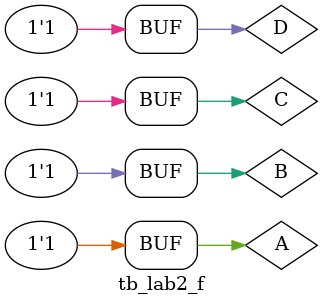
<source format=v>
`timescale 1ns / 1ps


module tb_lab2_f(

    );
    
    reg A, B, C, D;
    wire F;
    
    f_lab2 uut(
        .A(A),
        .B(B),
        .C(C),
        .D(D),
        .F(F)
    );
    
    initial begin
        A = 1'b0; B = 1'b0; C = 1'b0; D = 1'b0;
        #50;
        
        A = 1'b0; B = 1'b0; C = 1'b0; D = 1'b1;
        #50;
        
        A = 1'b0; B = 1'b0; C = 1'b1; D = 1'b0;
        #50;
        
        A = 1'b0; B = 1'b0; C = 1'b1; D = 1'b1;
        #50;
        
        A = 1'b0; B = 1'b1; C = 1'b0; D = 1'b0;
        #50;
        
        A = 1'b0; B = 1'b1; C = 1'b0; D = 1'b1;
        #50;
        
        A = 1'b0; B = 1'b1; C = 1'b1; D = 1'b0;
        #50;
        
        A = 1'b0; B = 1'b1; C = 1'b1; D = 1'b1;
        #50;
        
        A = 1'b1; B = 1'b0; C = 1'b0; D = 1'b0;
        #50;
        
        A = 1'b1; B = 1'b0; C = 1'b0; D = 1'b1;
        #50;
        
        A = 1'b1; B = 1'b0; C = 1'b1; D = 1'b0;
        #50;
        
        A = 1'b1; B = 1'b0; C = 1'b1; D = 1'b1;
        #50;
        
        A = 1'b1; B = 1'b1; C = 1'b0; D = 1'b0;
        #50;
        
        A = 1'b1; B = 1'b1; C = 1'b0; D = 1'b1;
        #50;
        
        A = 1'b1; B = 1'b1; C = 1'b1; D = 1'b0;
        #50;
        
        A = 1'b1; B = 1'b1; C = 1'b1; D = 1'b1;
        #50;
    end
endmodule

</source>
